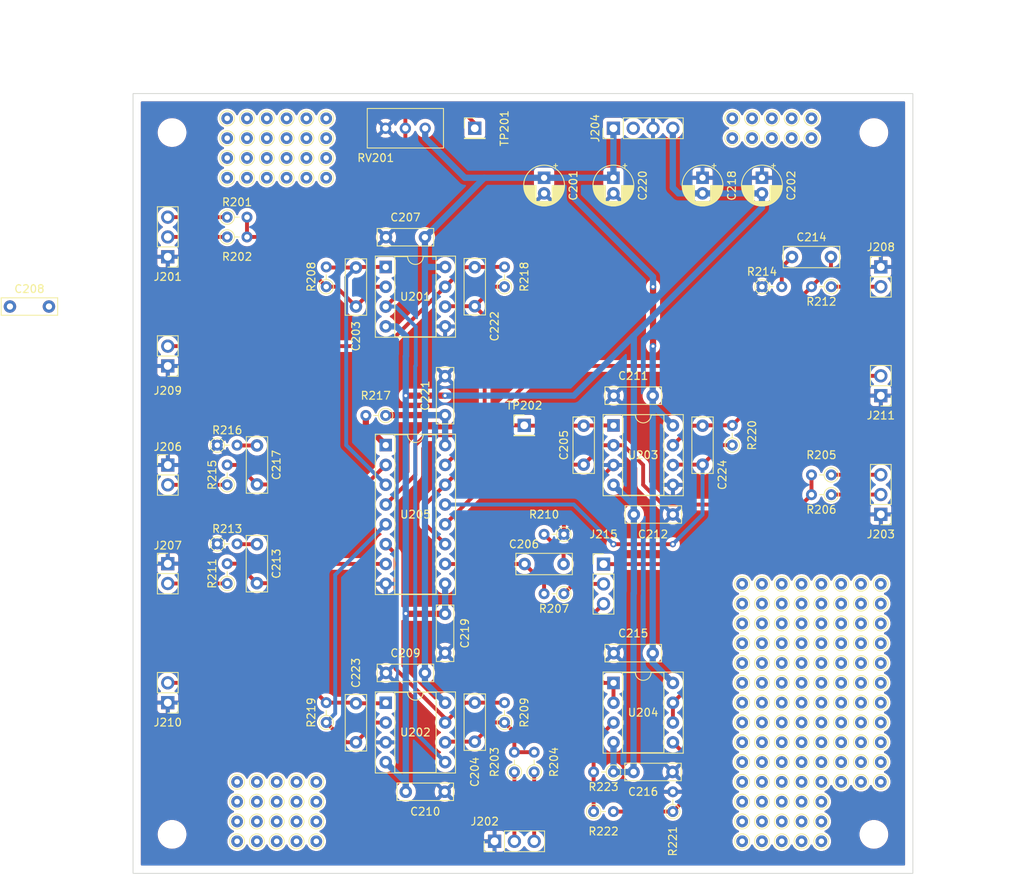
<source format=kicad_pcb>
(kicad_pcb (version 20221018) (generator pcbnew)
  (title_block (title "SSM2164 EVA 15V plus/minus") (date "2023-12-23") (rev "1.0") (company "Chuck Timber") (comment 1 "DK-EVA0001"))
  (layers (0 "F.Cu" signal) (31 "B.Cu" signal) (34 "B.Paste" user) (35 "F.Paste" user) (36 "B.SilkS" user "B.Silkscreen") (37 "F.SilkS" user "F.Silkscreen") (38 "B.Mask" user) (39 "F.Mask" user) (44 "Edge.Cuts" user))
  (net 0 "")
  (net 1 "GND")
  (net 2 "-15V")
  (net 3 "Net-(U204B-+)")
  (net 4 "Net-(U204A-+)")
  (net 5 "Net-(U202B--)")
  (net 6 "Net-(J211-Pin_2)")
  (net 7 "Net-(J206-Pin_2)")
  (net 8 "Net-(U205-I_IN1)")
  (net 9 "Net-(C214-Pad1)")
  (net 10 "Net-(C213-Pad1)")
  (net 11 "Net-(J208-Pin_2)")
  (net 12 "Net-(U205-I_IN4)")
  (net 13 "Net-(J207-Pin_2)")
  (net 14 "Net-(U205-I_IN2)")
  (net 15 "Net-(C217-Pad1)")
  (net 16 "Net-(U203B--)")
  (net 17 "Net-(J210-Pin_2)")
  (net 18 "Net-(U203A--)")
  (net 19 "Net-(J209-Pin_2)")
  (net 20 "+15V")
  (net 21 "Net-(U205-MODE)")
  (net 22 "Net-(J201-Pin_3)")
  (net 23 "Net-(U201A--)")
  (net 24 "Net-(J201-Pin_2)")
  (net 25 "Net-(J202-Pin_3)")
  (net 26 "Net-(U201B--)")
  (net 27 "Net-(J202-Pin_2)")
  (net 28 "Net-(J203-Pin_3)")
  (net 29 "Net-(U202A--)")
  (net 30 "Net-(J203-Pin_2)")
  (net 31 "Net-(U205-I_IN3)")
  (net 32 "Net-(U205-VC1)")
  (net 33 "Net-(U205-VC2)")
  (net 34 "Net-(C206-Pad1)")
  (net 35 "Net-(U201A-+)")
  (net 36 "Net-(U205-VC3)")
  (net 38 "REFV")
  (net 39 "REF-10V")
  (net 40 "REF-5V")
  (footprint "TestPoint:TestPoint_THTPad_D1.5mm_Drill0.7mm" (layer "F.Cu") (at 124.46 45.72 90)
    (fp_text reference "REF**15" hide)
    (fp_text value "TestPoint_THTPad_D1.5mm_Drill0.7mm" hide)
  )
  (footprint "TestPoint:TestPoint_THTPad_D1.5mm_Drill0.7mm" (layer "F.Cu") (at 64.77 48.26)
    (fp_text reference "REF**15" hide)
    (fp_text value "TestPoint_THTPad_D1.5mm_Drill0.7mm" hide)
  )
  (footprint "Potentiometer_THT:Potentiometer_Bourns_3296W_Vertical" (layer "F.Cu") (at 72.38 44.45 180)
    (fp_text reference "RV201")
    (fp_text value "100k")
  )
  (footprint "TestPoint:TestPoint_THTPad_D1.5mm_Drill0.7mm" (layer "F.Cu") (at 130.81 123.19)
    (fp_text reference "REF**12" hide)
    (fp_text value "TestPoint_THTPad_D1.5mm_Drill0.7mm" hide)
  )
  (footprint "TestPoint:TestPoint_THTPad_D1.5mm_Drill0.7mm" (layer "F.Cu") (at 57.15 45.72)
    (fp_text reference "REF**10" hide)
    (fp_text value "TestPoint_THTPad_D1.5mm_Drill0.7mm" hide)
  )
  (footprint "TestPoint:TestPoint_THTPad_D1.5mm_Drill0.7mm" (layer "F.Cu") (at 128.27 128.27)
    (fp_text reference "REF**21" hide)
    (fp_text value "TestPoint_THTPad_D1.5mm_Drill0.7mm" hide)
  )
  (footprint "TestPoint:TestPoint_THTPad_D1.5mm_Drill0.7mm" (layer "F.Cu") (at 135.89 113.03)
    (fp_text reference "REF**19" hide)
    (fp_text value "TestPoint_THTPad_D1.5mm_Drill0.7mm" hide)
  )
  (footprint "TestPoint:TestPoint_THTPad_D1.5mm_Drill0.7mm" (layer "F.Cu") (at 135.89 118.11)
    (fp_text reference "REF**4" hide)
    (fp_text value "TestPoint_THTPad_D1.5mm_Drill0.7mm" hide)
  )
  (footprint "TestPoint:TestPoint_THTPad_D1.5mm_Drill0.7mm" (layer "F.Cu") (at 118.11 118.11)
    (fp_text reference "REF**2" hide)
    (fp_text value "TestPoint_THTPad_D1.5mm_Drill0.7mm" hide)
  )
  (footprint "Connector_PinHeader_2.54mm:PinHeader_1x02_P2.54mm_Vertical" (layer "F.Cu") (at 135.89 78.74 180)
    (fp_text reference "J211")
    (fp_text value "VCA Output C")
  )
  (footprint "TestPoint:TestPoint_THTPad_D1.5mm_Drill0.7mm" (layer "F.Cu") (at 118.11 113.03)
    (fp_text reference "REF**15" hide)
    (fp_text value "TestPoint_THTPad_D1.5mm_Drill0.7mm" hide)
  )
  (footprint "Connector_PinHeader_2.54mm:PinHeader_1x03_P2.54mm_Vertical" (layer "F.Cu") (at 86.36 135.89 90)
    (fp_text reference "J202")
    (fp_text value "CV B")
  )
  (footprint "TestPoint:TestPoint_THTPad_D1.5mm_Drill0.7mm" (layer "F.Cu") (at 125.73 125.73)
    (fp_text reference "REF**15" hide)
    (fp_text value "TestPoint_THTPad_D1.5mm_Drill0.7mm" hide)
  )
  (footprint "Package_DIP:DIP-8_W7.62mm_Socket" (layer "F.Cu") (at 101.61 115.58)
    (fp_text reference "U204")
    (fp_text value "TL072")
  )
  (footprint "TestPoint:TestPoint_THTPad_D1.5mm_Drill0.7mm" (layer "F.Cu") (at 118.11 133.35)
    (fp_text reference "REF**10" hide)
    (fp_text value "TestPoint_THTPad_D1.5mm_Drill0.7mm" hide)
  )
  (footprint "TestPoint:TestPoint_THTPad_D1.5mm_Drill0.7mm" (layer "F.Cu") (at 118.11 105.41)
    (fp_text reference "REF**1" hide)
    (fp_text value "TestPoint_THTPad_D1.5mm_Drill0.7mm" hide)
  )
  (footprint "TestPoint:TestPoint_THTPad_D1.5mm_Drill0.7mm" (layer "F.Cu") (at 120.65 102.87)
    (fp_text reference "REF**2" hide)
    (fp_text value "TestPoint_THTPad_D1.5mm_Drill0.7mm" hide)
  )
  (footprint "Resistor_THT:R_Axial_DIN0204_L3.6mm_D1.6mm_P2.54mm_Vertical" (layer "F.Cu") (at 88.9 127 90)
    (fp_text reference "R204")
    (fp_text value "100k")
  )
  (footprint "TestPoint:TestPoint_THTPad_D1.5mm_Drill0.7mm" (layer "F.Cu") (at 118.11 115.57)
    (fp_text reference "REF**20" hide)
    (fp_text value "TestPoint_THTPad_D1.5mm_Drill0.7mm" hide)
  )
  (footprint "Resistor_THT:R_Axial_DIN0204_L3.6mm_D1.6mm_P2.54mm_Vertical" (layer "F.Cu") (at 64.77 120.65 90)
    (fp_text reference "R219")
    (fp_text value "30k")
  )
  (footprint "Resistor_THT:R_Axial_DIN0204_L3.6mm_D1.6mm_P2.54mm_Vertical" (layer "F.Cu") (at 87.63 120.65 90)
    (fp_text reference "R209")
    (fp_text value "38k")
  )
  (footprint "TestPoint:TestPoint_THTPad_D1.5mm_Drill0.7mm" (layer "F.Cu") (at 125.73 130.81)
    (fp_text reference "REF**5" hide)
    (fp_text value "TestPoint_THTPad_D1.5mm_Drill0.7mm" hide)
  )
  (footprint "TestPoint:TestPoint_THTPad_D1.5mm_Drill0.7mm" (layer "F.Cu") (at 60.96 135.89)
    (fp_text reference "REF**21" hide)
    (fp_text value "TestPoint_THTPad_D1.5mm_Drill0.7mm" hide)
  )
  (footprint "Connector_PinHeader_2.54mm:PinHeader_1x02_P2.54mm_Vertical" (layer "F.Cu") (at 44.45 118.11 180)
    (fp_text reference "J210")
    (fp_text value "VCA Output B")
  )
  (footprint "TestPoint:TestPoint_THTPad_D1.5mm_Drill0.7mm" (layer "F.Cu") (at 125.73 128.27)
    (fp_text reference "REF**20" hide)
    (fp_text value "TestPoint_THTPad_D1.5mm_Drill0.7mm" hide)
  )
  (footprint "Capacitor_THT:C_Rect_L7.0mm_W2.5mm_P5.00mm" (layer "F.Cu") (at 113.03 87.59 90)
    (fp_text reference "C224")
    (fp_text value "100p")
  )
  (footprint "Capacitor_THT:C_Rect_L7.0mm_W2.5mm_P5.00mm" (layer "F.Cu") (at 68.58 67.31 90)
    (fp_text reference "C203")
    (fp_text value "100p")
  )
  (footprint "TestPoint:TestPoint_THTPad_D1.5mm_Drill0.7mm" (layer "F.Cu") (at 130.81 110.49)
    (fp_text reference "REF**12" hide)
    (fp_text value "TestPoint_THTPad_D1.5mm_Drill0.7mm" hide)
  )
  (footprint "TestPoint:TestPoint_THTPad_D1.5mm_Drill0.7mm" (layer "F.Cu") (at 125.73 120.65)
    (fp_text reference "REF**5" hide)
    (fp_text value "TestPoint_THTPad_D1.5mm_Drill0.7mm" hide)
  )
  (footprint "TestPoint:TestPoint_THTPad_D1.5mm_Drill0.7mm" (layer "F.Cu") (at 135.89 115.57)
    (fp_text reference "REF**24" hide)
    (fp_text value "TestPoint_THTPad_D1.5mm_Drill0.7mm" hide)
  )
  (footprint "TestPoint:TestPoint_THTPad_D1.5mm_Drill0.7mm" (layer "F.Cu") (at 59.69 45.72)
    (fp_text reference "REF**11" hide)
    (fp_text value "TestPoint_THTPad_D1.5mm_Drill0.7mm" hide)
  )
  (footprint "Capacitor_THT:C_Rect_L7.0mm_W2.0mm_P5.00mm" (layer "F.Cu") (at 109.18 127 180)
    (fp_text reference "C216")
    (fp_text value "100n")
  )
  (footprint "TestPoint:TestPoint_THTPad_D1.5mm_Drill0.7mm" (layer "F.Cu") (at 120.65 110.49)
    (fp_text reference "REF**11" hide)
    (fp_text value "TestPoint_THTPad_D1.5mm_Drill0.7mm" hide)
  )
  (footprint "TestPoint:TestPoint_THTPad_D1.5mm_Drill0.7mm" (layer "F.Cu") (at 120.65 125.73)
    (fp_text reference "REF**16" hide)
    (fp_text value "TestPoint_THTPad_D1.5mm_Drill0.7mm" hide)
  )
  (footprint "TestPoint:TestPoint_THTPad_D1.5mm_Drill0.7mm" (layer "F.Cu") (at 62.23 50.8)
    (fp_text reference "REF**22" hide)
    (fp_text value "TestPoint_THTPad_D1.5mm_Drill0.7mm" hide)
  )
  (footprint "TestPoint:TestPoint_THTPad_D1.5mm_Drill0.7mm" (layer "F.Cu") (at 128.27 125.73)
    (fp_text reference "REF**16" hide)
    (fp_text value "TestPoint_THTPad_D1.5mm_Drill0.7mm" hide)
  )
  (footprint "TestPoint:TestPoint_THTPad_D1.5mm_Drill0.7mm" (layer "F.Cu") (at 54.61 48.26)
    (fp_text reference "REF**16" hide)
    (fp_text value "TestPoint_THTPad_D1.5mm_Drill0.7mm" hide)
  )
  (footprint "Package_DIP:DIP-8_W7.62mm_Socket" (layer "F.Cu") (at 72.4 62.24)
    (fp_text reference "U201")
    (fp_text value "TL072")
  )
  (footprint "TestPoint:TestPoint_THTPad_D1.5mm_Drill0.7mm" (layer "F.Cu") (at 125.73 115.57)
    (fp_text reference "REF**20" hide)
    (fp_text value "TestPoint_THTPad_D1.5mm_Drill0.7mm" hide)
  )
  (footprint "TestPoint:TestPoint_THTPad_D1.5mm_Drill0.7mm" (layer "F.Cu") (at 62.23 43.18)
    (fp_text reference "REF**7" hide)
    (fp_text value "TestPoint_THTPad_D1.5mm_Drill0.7mm" hide)
  )
  (footprint "TestPoint:TestPoint_THTPad_D1.5mm_Drill0.7mm" (layer "F.Cu") (at 62.23 45.72)
    (fp_text reference "REF**12" hide)
    (fp_text value "TestPoint_THTPad_D1.5mm_Drill0.7mm" hide)
  )
  (footprint "TestPoint:TestPoint_THTPad_D1.5mm_Drill0.7mm" (layer "F.Cu") (at 123.19 125.73)
    (fp_text reference "REF**17" hide)
    (fp_text value "TestPoint_THTPad_D1.5mm_Drill0.7mm" hide)
  )
  (footprint "TestPoint:TestPoint_THTPad_D1.5mm_Drill0.7mm" (layer "F.Cu") (at 135.89 125.73)
    (fp_text reference "REF**19" hide)
    (fp_text value "TestPoint_THTPad_D1.5mm_Drill0.7mm" hide)
  )
  (footprint "TestPoint:TestPoint_THTPad_D1.5mm_Drill0.7mm" (layer "F.Cu") (at 133.35 118.11)
    (fp_text reference "REF**3" hide)
    (fp_text value "TestPoint_THTPad_D1.5mm_Drill0.7mm" hide)
  )
  (footprint "TestPoint:TestPoint_THTPad_D1.5mm_Drill0.7mm" (layer "F.Cu") (at 121.92 43.18 90)
    (fp_text reference "REF**11" hide)
    (fp_text value "TestPoint_THTPad_D1.5mm_Drill0.7mm" hide)
  )
  (footprint "TestPoint:TestPoint_THTPad_D1.5mm_Drill0.7mm" (layer "F.Cu") (at 53.34 130.81)
    (fp_text reference "REF**10" hide)
    (fp_text value "TestPoint_THTPad_D1.5mm_Drill0.7mm" hide)
  )
  (footprint "TestPoint:TestPoint_THTPad_D1.5mm_Drill0.7mm" (layer "F.Cu") (at 135.89 107.95)
    (fp_text reference "REF**9" hide)
    (fp_text value "TestPoint_THTPad_D1.5mm_Drill0.7mm" hide)
  )
  (footprint "TestPoint:TestPoint_THTPad_D1.5mm_Drill0.7mm" (layer "F.Cu") (at 123.19 130.81)
    (fp_text reference "REF**7" hide)
    (fp_text value "TestPoint_THTPad_D1.5mm_Drill0.7mm" hide)
  )
  (footprint "TestPoint:TestPoint_THTPad_D1.5mm_Drill0.7mm" (layer "F.Cu") (at 125.73 113.03)
    (fp_text reference "REF**15" hide)
    (fp_text value "TestPoint_THTPad_D1.5mm_Drill0.7mm" hide)
  )
  (footprint "TestPoint:TestPoint_THTPad_D1.5mm_Drill0.7mm" (layer "F.Cu") (at 58.42 130.81)
    (fp_text reference "REF**10" hide)
    (fp_text value "TestPoint_THTPad_D1.5mm_Drill0.7mm" hide)
  )
  (footprint "TestPoint:TestPoint_THTPad_D1.5mm_Drill0.7mm" (layer "F.Cu") (at 135.89 105.41)
    (fp_text reference "REF**4" hide)
    (fp_text value "TestPoint_THTPad_D1.5mm_Drill0.7mm" hide)
  )
  (footprint "TestPoint:TestPoint_THTPad_D1.5mm_Drill0.7mm" (layer "F.Cu") (at 133.35 123.19)
    (fp_text reference "REF**13" hide)
    (fp_text value "TestPoint_THTPad_D1.5mm_Drill0.7mm" hide)
  )
  (footprint "TestPoint:TestPoint_THTPad_D1.5mm_Drill0.7mm" (layer "F.Cu") (at 123.19 105.41)
    (fp_text reference "REF**1" hide)
    (fp_text value "TestPoint_THTPad_D1.5mm_Drill0.7mm" hide)
  )
  (footprint "TestPoint:TestPoint_THTPad_D1.5mm_Drill0.7mm" (layer "F.Cu") (at 123.19 123.19)
    (fp_text reference "REF**12" hide)
    (fp_text value "TestPoint_THTPad_D1.5mm_Drill0.7mm" hide)
  )
  (footprint "TestPoint:TestPoint_THTPad_D1.5mm_Drill0.7mm" (layer "F.Cu") (at 133.35 115.57)
    (fp_text reference "REF**23" hide)
    (fp_text value "TestPoint_THTPad_D1.5mm_Drill0.7mm" hide)
  )
  (footprint "TestPoint:TestPoint_THTPad_D1.5mm_Drill0.7mm" (layer "F.Cu") (at 130.81 128.27)
    (fp_text reference "REF**22" hide)
    (fp_text value "TestPoint_THTPad_D1.5mm_Drill0.7mm" hide)
  )
  (footprint "TestPoint:TestPoint_THTPad_D1.5mm_Drill0.7mm" (layer "F.Cu") (at 125.73 107.95)
    (fp_text reference "REF**5" hide)
    (fp_text value "TestPoint_THTPad_D1.5mm_Drill0.7mm" hide)
  )
  (footprint "TestPoint:TestPoint_THTPad_D1.5mm_Drill0.7mm" (layer "F.Cu") (at 60.96 130.81)
    (fp_text reference "REF**11" hide)
    (fp_text value "TestPoint_THTPad_D1.5mm_Drill0.7mm" hide)
  )
  (footprint "TestPoint:TestPoint_THTPad_D1.5mm_Drill0.7mm" (layer "F.Cu") (at 133.35 120.65)
    (fp_text reference "REF**8" hide)
    (fp_text value "TestPoint_THTPad_D1.5mm_Drill0.7mm" hide)
  )
  (footprint "Resistor_THT:R_Axial_DIN0204_L3.6mm_D1.6mm_P2.54mm_Vertical" (layer "F.Cu") (at 50.8 97.75)
    (fp_text reference "R213")
    (fp_text value "500")
  )
  (footprint "Package_DIP:DIP-8_W7.62mm_Socket" (layer "F.Cu") (at 72.4 118.12)
    (fp_text reference "U202")
    (fp_text value "TL072")
  )
  (footprint "Resistor_THT:R_Axial_DIN0204_L3.6mm_D1.6mm_P2.54mm_Vertical" (layer "F.Cu") (at 52.07 90.17 90)
    (fp_text reference "R215")
    (fp_text value "30k")
  )
  (footprint "TestPoint:TestPoint_THTPad_D1.5mm_Drill0.7mm" (layer "F.Cu") (at 130.81 120.65)
    (fp_text reference "REF**7" hide)
    (fp_text value "TestPoint_THTPad_D1.5mm_Drill0.7mm" hide)
  )
  (footprint "Capacitor_THT:CP_Radial_D5.0mm_P2.00mm" (layer "F.Cu") (at 113.03 50.8 -90)
    (fp_text reference "C218")
    (fp_text value "10u")
  )
  (footprint "TestPoint:TestPoint_THTPad_D1.5mm_Drill0.7mm" (layer "F.Cu") (at 59.69 43.18)
    (fp_text reference "REF**6" hide)
    (fp_text value "TestPoint_THTPad_D1.5mm_Drill0.7mm" hide)
  )
  (footprint "Resistor_THT:R_Axial_DIN0204_L3.6mm_D1.6mm_P2.54mm_Vertical" (layer "F.Cu") (at 99.06 132.08)
    (fp_text reference "R222")
    (fp_text value "20k")
  )
  (footprint "Resistor_THT:R_Axial_DIN0204_L3.6mm_D1.6mm_P2.54mm_Vertical" (layer "F.Cu") (at 109.22 132.08 90)
    (fp_text reference "R221")
    (fp_text value "20k")
  )
  (footprint "TestPoint:TestPoint_THTPad_D1.5mm_Drill0.7mm" (layer "F.Cu") (at 63.5 133.35)
    (fp_text reference "REF**17" hide)
    (fp_text value "TestPoint_THTPad_D1.5mm_Drill0.7mm" hide)
  )
  (footprint "TestPoint:TestPoint_THTPad_D1.5mm_Drill0.7mm" (layer "F.Cu") (at 128.27 123.19)
    (fp_text reference "REF**11" hide)
    (fp_text value "TestPoint_THTPad_D1.5mm_Drill0.7mm" hide)
  )
  (footprint "TestPoint:TestPoint_THTPad_D1.5mm_Drill0.7mm" (layer "F.Cu") (at 52.07 50.8)
    (fp_text reference "REF**20" hide)
    (fp_text value "TestPoint_THTPad_D1.5mm_Drill0.7mm" hide)
  )
  (footprint "MountingHole:MountingHole_3.2mm_M3" (layer "F.Cu") (at 45 45)
    (fp_text reference "H101" hide)
    (fp_text value "MountingHole" hide)
  )
  (footprint "TestPoint:TestPoint_THTPad_D1.5mm_Drill0.7mm" (layer "F.Cu") (at 60.96 128.27)
    (fp_text reference "REF**6" hide)
    (fp_text value "TestPoint_THTPad_D1.5mm_Drill0.7mm" hide)
  )
  (footprint "TestPoint:TestPoint_THTPad_D1.5mm_Drill0.7mm" (layer "F.Cu") (at 120.65 128.27)
    (fp_text reference "REF**21" hide)
    (fp_text value "TestPoint_THTPad_D1.5mm_Drill0.7mm" hide)
  )
  (footprint "TestPoint:TestPoint_THTPad_D1.5mm_Drill0.7mm" (layer "F.Cu") (at 64.77 50.8)
    (fp_text reference "REF**20" hide)
    (fp_text value "TestPoint_THTPad_D1.5mm_Drill0.7mm" hide)
  )
  (footprint "TestPoint:TestPoint_THTPad_D1.5mm_Drill0.7mm" (layer "F.Cu") (at 120.65 120.65)
    (fp_text reference "REF**6" hide)
    (fp_text value "TestPoint_THTPad_D1.5mm_Drill0.7mm" hide)
  )
  (footprint "Package_DIP:DIP-8_W7.62mm_Socket" (layer "F.Cu") (at 101.61 82.56)
    (fp_text reference "U203")
    (fp_text value "TL072")
  )
  (footprint "TestPoint:TestPoint_THTPad_D1.5mm_Drill0.7mm" (layer "F.Cu") (at 130.81 107.95)
    (fp_text reference "REF**7" hide)
    (fp_text value "TestPoint_THTPad_D1.5mm_Drill0.7mm" hide)
  )
  (footprint "TestPoint:TestPoint_THTPad_D1.5mm_Drill0.7mm" (layer "F.Cu") (at 57.15 43.18)
    (fp_text reference "REF**5" hide)
    (fp_text value "TestPoint_THTPad_D1.5mm_Drill0.7mm" hide)
  )
  (footprint "TestPoint:TestPoint_THTPad_D1.5mm_Drill0.7mm" (layer "F.Cu") (at 130.81 118.11)
    (fp_text reference "REF**2" hide)
    (fp_text value "TestPoint_THTPad_D1.5mm_Drill0.7mm" hide)
  )
  (footprint "Connector_PinHeader_2.54mm:PinHeader_1x03_P2.54mm_Vertical" (layer "F.Cu") (at 44.45 60.93 180)
    (fp_text reference "J201")
    (fp_text value "CV A")
  )
  (footprint "Capacitor_THT:C_Rect_L7.0mm_W2.5mm_P5.00mm" (layer "F.Cu") (at 55.88 97.79 -90)
    (fp_text reference "C213")
    (fp_text value "560p")
  )
  (footprint "TestPoint:TestPoint_THTPad_D1.5mm_Drill0.7mm" (layer "F.Cu") (at 125.73 123.19)
    (fp_text reference "REF**10" hide)
    (fp_text value "TestPoint_THTPad_D1.5mm_Drill0.7mm" hide)
  )
  (footprint "Capacitor_THT:C_Rect_L7.0mm_W2.0mm_P5.00mm" (layer "F.Cu") (at 101.64 111.76)
    (fp_text reference "C215")
    (fp_text value "100n")
  )
  (footprint "TestPoint:TestPoint_THTPad_D1.5mm_Drill0.7mm" (layer "F.Cu") (at 52.07 43.18)
    (fp_text reference "REF**5" hide)
    (fp_text value "TestPoint_THTPad_D1.5mm_Drill0.7mm" hide)
  )
  (footprint "Capacitor_THT:C_Rect_L7.0mm_W2.0mm_P5.00mm" (layer "F.Cu") (at 109.22 93.98 180)
    (fp_text reference "C212")
    (fp_text value "100n")
  )
  (footprint "TestPoint:TestPoint_THTPad_D1.5mm_Drill0.7mm" (layer "F.Cu") (at 116.84 45.72 90)
    (fp_text reference "REF**5" hide)
    (fp_text value "TestPoint_THTPad_D1.5mm_Drill0.7mm" hide)
  )
  (footprint "Capacitor_THT:C_Rect_L7.0mm_W2.0mm_P5.00mm" (layer "F.Cu") (at 72.43 58.42)
    (fp_text reference "C207")
    (fp_text value "100n")
  )
  (footprint "Resistor_THT:R_Axial_DIN0204_L3.6mm_D1.6mm_P2.54mm_Vertical" (layer "F.Cu") (at 116.84 85.09 90)
    (fp_text reference "R220")
    (fp_text value "30k")
  )
  (footprint "Capacitor_THT:C_Rect_L7.0mm_W2.0mm_P5.00mm" (layer "F.Cu") (at 72.43 114.3)
    (fp_text reference "C209")
    (fp_text value "100n")
  )
  (footprint "TestPoint:TestPoint_THTPad_D1.5mm_Drill0.7mm" (layer "F.Cu") (at 123.19 128.27)
    (fp_text reference "REF**22" hide)
    (fp_text value "TestPoint_THTPad_D1.5mm_Drill0.7mm" hide)
  )
  (footprint "TestPoint:TestPoint_THTPad_D1.5mm_Drill0.7mm" (layer "F.Cu") (at 63.5 135.89)
    (fp_text reference "REF**22" hide)
    (fp_text value "TestPoint_THTPad_D1.5mm_Drill0.7mm" hide)
  )
  (footprint "TestPoint:TestPoint_THTPad_D1.5mm_Drill0.7mm" (layer "F.Cu") (at 125.73 110.49)
    (fp_text reference "REF**10" hide)
    (fp_text value "TestPoint_THTPad_D1.5mm_Drill0.7mm" hide)
  )
  (footprint "TestPoint:TestPoint_THTPad_D1.5mm_Drill0.7mm" (layer "F.Cu") (at 118.11 128.27)
    (fp_text reference "REF**20" hide)
    (fp_text value "TestPoint_THTPad_D1.5mm_Drill0.7mm" hide)
  )
  (footprint "TestPoint:TestPoint_THTPad_D1.5mm_Drill0.7mm" (layer "F.Cu") (at 128.27 102.87)
    (fp_text reference "REF**1" hide)
    (fp_text value "TestPoint_THTPad_D1.5mm_Drill0.7mm" hide)
  )
  (footprint "Capacitor_THT:C_Rect_L7.0mm_W2.0mm_P5.00mm" (layer "F.Cu") (at 80.01 106.72 -90)
    (fp_text reference "C219")
    (fp_text value "100n")
  )
  (footprint "TestPoint:TestPoint_THTPad_D1.5mm_Drill0.7mm" (layer "F.Cu") (at 52.07 45.72)
    (fp_text reference "REF**10" hide)
    (fp_text value "TestPoint_THTPad_D1.5mm_Drill0.7mm" hide)
  )
  (footprint "TestPoint:TestPoint_THTPad_D1.5mm_Drill0.7mm" (layer "F.Cu") (at 57.15 50.8)
    (fp_text reference "REF**20" hide)
    (fp_text value "TestPoint_THTPad_D1.5mm_Drill0.7mm" hide)
  )
  (footprint "TestPoint:TestPoint_THTPad_D1.5mm_Drill0.7mm" (layer "F.Cu") (at 120.65 123.19)
    (fp_text reference "REF**11" hide)
    (fp_text value "TestPoint_THTPad_D1.5mm_Drill0.7mm" hide)
  )
  (footprint "TestPoint:TestPoint_THTPad_D1.5mm_Drill0.7mm" (layer "F.Cu") (at 118.11 135.89)
    (fp_text reference "REF**15" hide)
    (fp_text value "TestPoint_THTPad_D1.5mm_Drill0.7mm" hide)
  )
  (footprint "Capacitor_THT:C_Rect_L7.0mm_W2.0mm_P5.00mm" (layer "F.Cu") (at 80.01 81.24 90)
    (fp_text reference "C221")
    (fp_text value "100n")
  )
  (footprint "Connector_PinHeader_2.54mm:PinHeader_1x01_P2.54mm_Vertical" (layer "F.Cu") (at 90.17 82.55)
    (fp_text reference "TP202")
    (fp_text value "TestPoint")
  )
  (footprint "Resistor_THT:R_Axial_DIN0204_L3.6mm_D1.6mm_P2.54mm_Vertical" (layer "F.Cu") (at 64.77 64.77 90)
    (fp_text reference "R208")
    (fp_text value "38k")
  )
  (footprint "TestPoint:TestPoint_THTPad_D1.5mm_Drill0.7mm" (layer "F.Cu") (at 119.38 45.72 90)
    (fp_text reference "REF**5" hide)
    (fp_text value "TestPoint_THTPad_D1.5mm_Drill0.7mm" hide)
  )
  (footprint "TestPoint:TestPoint_THTPad_D1.5mm_Drill0.7mm" (layer "F.Cu") (at 120.65 113.03)
    (fp_text reference "REF**16" hide)
    (fp_text value "TestPoint_THTPad_D1.5mm_Drill0.7mm" hide)
  )
  (footprint "TestPoint:TestPoint_THTPad_D1.5mm_Drill0.7mm" (layer "F.Cu") (at 135.89 102.87)
    (fp_text reference "REF**4" hide)
    (fp_text value "TestPoint_THTPad_D1.5mm_Drill0.7mm" hide)
  )
  (footprint "TestPoint:TestPoint_THTPad_D1.5mm_Drill0.7mm" (layer "F.Cu") (at 53.34 135.89)
    (fp_text reference "REF**20" hide)
    (fp_text value "TestPoint_THTPad_D1.5mm_Drill0.7mm" hide)
  )
  (footprint "TestPoint:TestPoint_THTPad_D1.5mm_Drill0.7mm" (layer "F.Cu") (at 53.34 128.27)
    (fp_text reference "REF**5" hide)
    (fp_text value "TestPoint_THTPad_D1.5mm_Drill0.7mm" hide)
  )
  (footprint "TestPoint:TestPoint_THTPad_D1.5mm_Drill0.7mm" (layer "F.Cu") (at 133.35 113.03)
    (fp_text reference "REF**18" hide)
    (fp_text value "TestPoint_THTPad_D1.5mm_Drill0.7mm" hide)
  )
  (footprint "TestPoint:TestPoint_THTPad_D1.5mm_Drill0.7mm" (layer "F.Cu") (at 128.27 120.65)
    (fp_text reference "REF**6" hide)
    (fp_text value "TestPoint_THTPad_D1.5mm_Drill0.7mm" hide)
  )
  (footprint "TestPoint:TestPoint_THTPad_D1.5mm_Drill0.7mm" (layer "F.Cu") (at 123.19 115.57)
    (fp_text reference "REF**22" hide)
    (fp_text value "TestPoint_THTPad_D1.5mm_Drill0.7mm" hide)
  )
  (footprint "Capacitor_THT:C_Rect_L7.0mm_W2.5mm_P5.00mm" (layer "F.Cu") (at 95.21 100.33 180)
    (fp_text reference "C206")
    (fp_text value "560p")
  )
  (footprint "TestPoint:TestPoint_THTPad_D1.5mm_Drill0.7mm" (layer "F.Cu") (at 59.69 50.8)
    (fp_text reference "REF**21" hide)
    (fp_text value "TestPoint_THTPad_D1.5mm_Drill0.7mm" hide)
  )
  (footprint "TestPoint:TestPoint_THTPad_D1.5mm_Drill0.7mm" (layer "F.Cu") (at 118.11 120.65)
    (fp_text reference "REF**5" hide)
    (fp_text value "TestPoint_THTPad_D1.5mm_Drill0.7mm" hide)
  )
  (footprint "TestPoint:TestPoint_THTPad_D1.5mm_Drill0.7mm" (layer "F.Cu") (at 130.81 125.73)
    (fp_text reference "REF**17" hide)
    (fp_text value "TestPoint_THTPad_D1.5mm_Drill0.7mm" hide)
  )
  (footprint "TestPoint:TestPoint_THTPad_D1.5mm_Drill0.7mm" (layer "F.Cu") (at 120.65 133.35)
    (fp_text reference "REF**11" hide)
    (fp_text value "TestPoint_THTPad_D1.5mm_Drill0.7mm" hide)
  )
  (footprint "Connector_PinHeader_2.54mm:PinHeader_1x02_P2.54mm_Vertical" (layer "F.Cu") (at 44.45 100.29)
    (fp_text reference "J207")
    (fp_text value "VCA Input B")
  )
  (footprint "TestPoint:TestPoint_THTPad_D1.5mm_Drill0.7mm" (layer "F.Cu") (at 120.65 135.89)
    (fp_text reference "REF**16" hide)
    (fp_text value "TestPoint_THTPad_D1.5mm_Drill0.7mm" hide)
  )
  (footprint "TestPoint:TestPoint_THTPad_D1.5mm_Drill0.7mm" (layer "F.Cu") (at 63.5 130.81)
    (fp_text reference "REF**12" hide)
    (fp_text value "TestPoint_THTPad_D1.5mm_Drill0.7mm" hide)
  )
  (footprint "TestPoint:TestPoint_THTPad_D1.5mm_Drill0.7mm" (layer "F.Cu") (at 64.77 43.18)
    (fp_text reference "REF**5" hide)
    (fp_text value "TestPoint_THTPad_D1.5mm_Drill0.7mm" hide)
  )
  (footprint "TestPoint:TestPoint_THTPad_D1.5mm_Drill0.7mm" (layer "F.Cu") (at 120.65 105.41)
    (fp_text reference "REF**2" hide)
    (fp_text value "TestPoint_THTPad_D1.5mm_Drill0.7mm" hide)
  )
  (footprint "TestPoint:TestPoint_THTPad_D1.5mm_Drill0.7mm" (layer "F.Cu") (at 127 43.18 90)
    (fp_text reference "REF**21" hide)
    (fp_text value "TestPoint_THTPad_D1.5mm_Drill0.7mm" hide)
  )
  (footprint "TestPoint:TestPoint_THTPad_D1.5mm_Drill0.7mm" (layer "F.Cu") (at 123.19 113.03)
    (fp_text reference "REF**17" hide)
    (fp_text value "TestPoint_THTPad_D1.5mm_Drill0.7mm" hide)
  )
  (footprint "TestPoint:TestPoint_THTPad_D1.5mm_Drill0.7mm" (layer "F.Cu") (at 57.15 48.26)
    (fp_text reference "REF**15" hide)
    (fp_text value "TestPoint_THTPad_D1.5mm_Drill0.7mm" hide)
  )
  (footprint "TestPoint:TestPoint_THTPad_D1.5mm_Drill0.7mm" (layer "F.Cu") (at 133.35 107.95)
    (fp_text reference "REF**8" hide)
    (fp_text value "TestPoint_THTPad_D1.5mm_Drill0.7mm" hide)
  )
  (footprint "TestPoint:TestPoint_THTPad_D1.5mm_Drill0.7mm" (layer "F.Cu") (at 64.77 45.72)
    (fp_text reference "REF**10" hide)
    (fp_text value "TestPoint_THTPad_D1.5mm_Drill0.7mm" hide)
  )
  (footprint "TestPoint:TestPoint_THTPad_D1.5mm_Drill0.7mm" (layer "F.Cu") (at 128.27 130.81)
    (fp_text reference "REF**6" hide)
    (fp_text value "TestPoint_THTPad_D1.5mm_Drill0.7mm" hide)
  )
  (footprint "Capacitor_THT:C_Rect_L7.0mm_W2.0mm_P5.00mm" (layer "F.Cu") (at 24.21 67.31)
    (fp_text reference "C208")
    (fp_text value "100n")
  )
  (footprint "TestPoint:TestPoint_THTPad_D1.5mm_Drill0.7mm" (layer "F.Cu") (at 55.88 130.81)
    (fp_text reference "REF**10" hide)
    (fp_text value "TestPoint_THTPad_D1.5mm_Drill0.7mm" hide)
  )
  (footprint "Capacitor_THT:CP_Radial_D5.0mm_P2.00mm" (layer "F.Cu") (at 92.71 50.8 -90)
    (fp_text reference "C201")
    (fp_text value "10u")
  )
  (footprint "Resistor_THT:R_Axial_DIN0204_L3.6mm_D1.6mm_P2.54mm_Vertical" (layer "F.Cu") (at 52.07 102.83 90)
    (fp_text reference "R211")
    (fp_text value "30k")
  )
  (footprint "TestPoint:TestPoint_THTPad_D1.5mm_Drill0.7mm" (layer "F.Cu") (at 120.65 115.57)
    (fp_text reference "REF**21" hide)
    (fp_text value "TestPoint_THTPad_D1.5mm_Drill0.7mm" hide)
  )
  (footprint "Resistor_THT:R_Axial_DIN0204_L3.6mm_D1.6mm_P2.54mm_Vertical" (layer "F.Cu") (at 129.54 91.44 180)
    (fp_text reference "R206")
    (fp_text value "100k")
  )
  (footprint "TestPoint:TestPoint_THTPad_D1.5mm_Drill0.7mm" (layer "F.Cu") (at 128.27 113.03)
    (fp_text reference "REF**16" hide)
    (fp_text value "TestPoint_THTPad_D1.5mm_Drill0.7mm" hide)
  )
  (footprint "TestPoint:TestPoint_THTPad_D1.5mm_Drill0.7mm" (layer "F.Cu") (at 120.65 107.95)
    (fp_text reference "REF**6" hide)
    (fp_text value "TestPoint_THTPad_D1.5mm_Drill0.7mm" hide)
  )
  (footprint "Capacitor_THT:C_Rect_L7.0mm_W2.0mm_P5.00mm" (layer "F.Cu") (at 79.97 129.54 180)
    (fp_text reference "C210")
    (fp_text value "100n" hide)
  )
  (footprint "MountingHole:MountingHole_3.2mm_M3" (layer "F.Cu") (at 135 135)
    (fp_text reference "H104" hide)
    (fp_text value "MountingHole" hide)
  )
  (footprint "Connector_PinHeader_2.54mm:PinHeader_1x04_P2.54mm_Vertical" (layer "F.Cu") (at 101.6 44.45 90)
    (fp_text reference "J204")
    (fp_text value "PWR")
  )
  (footprint "TestPoint:TestPoint_THTPad_D1.5mm_Drill0.7mm" (layer "F.Cu") (at 123.19 102.87)
    (fp_text reference "REF**1" hide)
    (fp_text value "TestPoint_THTPad_D1.5mm_Drill0.7mm" hide)
  )
  (footprint "TestPoint:TestPoint_THTPad_D1.5mm_Drill0.7mm" (layer "F.Cu") (at 128.27 115.57)
    (fp_text reference "REF**21" hide)
    (fp_text value "TestPoint_THTPad_D1.5mm_Drill0.7mm" hide)
  )
  (footprint "MountingHole:MountingHole_3.2mm_M3" (layer "F.Cu") (at 135 45)
    (fp_text reference "H102" hide)
    (fp_text value "MountingHole" hide)
  )
  (footprint "Capacitor_THT:CP_Radial_D5.0mm_P2.00mm" (layer "F.Cu") (at 101.6 50.8 -90)
    (fp_text reference "C220")
    (fp_text value "10u")
  )
  (footprint "Capacitor_THT:C_Rect_L7.0mm_W2.0mm_P5.00mm" (layer "F.Cu") (at 101.64 78.74)
    (fp_text reference "C211")
    (fp_text value "100n")
  )
  (footprint "TestPoint:TestPoint_THTPad_D1.5mm_Drill0.7mm" (layer "F.Cu") (at 133.35 102.87)
    (fp_text reference "REF**3" hide)
    (fp_text value "TestPoint_THTPad_D1.5mm_Drill0.7mm" hide)
  )
  (footprint "TestPoint:TestPoint_THTPad_D1.5mm_Drill0.7mm" (layer "F.Cu") (at 118.11 125.73)
    (fp_text reference "REF**15" hide)
    (fp_text value "TestPoint_THTPad_D1.5mm_Drill0.7mm" hide)
  )
  (footprint "TestPoint:TestPoint_THTPad_D1.5mm_Drill0.7mm" (layer "F.Cu") (at 55.88 133.35)
    (fp_text reference "REF**15" hide)
    (fp_text value "TestPoint_THTPad_D1.5mm_Drill0.7mm" hide)
  )
  (footprint "TestPoint:TestPoint_THTPad_D1.5mm_Drill0.7mm" (layer "F.Cu") (at 58.42 135.89)
    (fp_text reference "REF**20" hide)
    (fp_text value "TestPoint_THTPad_D1.5mm_Drill0.7mm" hide)
  )
  (footprint "TestPoint:TestPoint_THTPad_D1.5mm_Drill0.7mm" (layer "F.Cu") (at 133.35 105.41)
    (fp_text reference "REF**3" hide)
    (fp_text value "TestPoint_THTPad_D1.5mm_Drill0.7mm" hide)
  )
  (footprint "Connector_PinHeader_2.54mm:PinHeader_1x02_P2.54mm_Vertical" (layer "F.Cu") (at 44.46 87.64)
    (fp_text reference "J206")
    (fp_text value "VCA Input A")
  )
  (footprint "Connector_PinHeader_2.54mm:PinHeader_1x01_P2.54mm_Vertical" (layer "F.Cu") (at 83.82 44.45)
    (fp_text reference "TP201")
    (fp_text value "1.4V")
  )
  (footprint "TestPoint:TestPoint_THTPad_D1.5mm_Drill0.7mm" (layer "F.Cu") (at 118.11 123.19)
    (fp_text reference "REF**10" hide)
    (fp_text value "TestPoint_THTPad_D1.5mm_Drill0.7mm" hide)
  )
  (footprint "TestPoint:TestPoint_THTPad_D1.5mm_Drill0.7mm" (layer "F.Cu") (at 53.34 133.35)
    (fp_text reference "REF**15" hide)
    (fp_text value "TestPoint_THTPad_D1.5mm_Drill0.7mm" hide)
  )
  (footprint "TestPoint:TestPoint_THTPad_D1.5mm_Drill0.7mm" (layer "F.Cu") (at 121.92 45.72 90)
    (fp_text reference "REF**10" hide)
    (fp_text value "TestPoint_THTPad_D1.5mm_Drill0.7mm" hide)
  )
  (footprint "Capacitor_THT:C_Rect_L7.0mm_W2.5mm_P5.00mm" (layer "F.Cu") (at 97.79 87.59 90)
    (fp_text reference "C205")
    (fp_text value "100p")
  )
  (footprint "Package_DIP:DIP-16_W7.62mm_Socket" (layer "F.Cu") (at 72.4 85.08)
    (fp_text reference "U205")
    (fp_text value "SSI2164")
  )
  (footprint "TestPoint:TestPoint_THTPad_D1.5mm_Drill0.7mm" (layer "F.Cu") (at 123.19 107.95)
    (fp_text reference "REF**7" hide)
    (fp_text value "TestPoint_THTPad_D1.5mm_Drill0.7mm" hide)
  )
  (footprint "TestPoint:TestPoint_THTPad_D1.5mm_Drill0.7mm" (layer "F.Cu") (at 128.27 135.89)
    (fp_text reference "REF**16" hide)
    (fp_text value "TestPoint_THTPad_D1.5mm_Drill0.7mm" hide)
  )
  (footprint "TestPoint:TestPoint_THTPad_D1.5mm_Drill0.7mm" (layer "F.Cu") (at 135.89 123.19)
    (fp_text reference "REF**14" hide)
    (fp_text value "TestPoint_THTPad_D1.5mm_Drill0.7mm" hide)
  )
  (footprint "TestPoint:TestPoint_THTPad_D1.5mm_Drill0.7mm" (layer "F.Cu") (at 63.5 128.27)
    (fp_text reference "REF**7" hide)
    (fp_text value "TestPoint_THTPad_D1.5mm_Drill0.7mm" hide)
  )
  (footprint "TestPoint:TestPoint_THTPad_D1.5mm_Drill0.7mm" (layer "F.Cu") (at 119.38 43.18 90)
    (fp_text reference "REF**6" hide)
    (fp_text value "TestPoint_THTPad_D1.5mm_Drill0.7mm" hide)
  )
  (footprint "TestPoint:TestPoint_THTPad_D1.5mm_Drill0.7mm" (layer "F.Cu") (at 130.81 105.41)
    (fp_text reference "REF**2" hide)
    (fp_text value "TestPoint_THTPad_D1.5mm_Drill0.7mm" hide)
  )
  (footprint "TestPoint:TestPoint_THTPad_D1.5mm_Drill0.7mm" (layer "F.Cu") (at 118.11 110.49)
    (fp_text reference "REF**10" hide)
    (fp_text value "TestPoint_THTPad_D1.5mm_Drill0.7mm" hide)
  )
  (footprint "Connector_PinHeader_2.54mm:PinHeader_1x03_P2.54mm_Vertical" (layer "F.Cu") (at 135.89 93.965 180)
    (fp_text reference "J203")
    (fp_text value "CV C")
  )
  (footprint "TestPoint:TestPoint_THTPad_D1.5mm_Drill0.7mm" (layer "F.Cu") (at 128.27 133.35)
    (fp_text reference "REF**11" hide)
    (fp_text value "TestPoint_THTPad_D1.5mm_Drill0.7mm" hide)
  )
  (footprint "TestPoint:TestPoint_THTPad_D1.5mm_Drill0.7mm" (layer "F.Cu") (at 135.89 128.27)
    (fp_text reference "REF**24" hide)
    (fp_text value "TestPoint_THTPad_D1.5mm_Drill0.7mm" hide)
  )
  (footprint "TestPoint:TestPoint_THTPad_D1.5mm_Drill0.7mm" (layer "F.Cu") (at 128.27 110.49)
    (fp_text reference "REF**11" hide)
    (fp_text value "TestPoint_THTPad_D1.5mm_Drill0.7mm" hide)
  )
  (footprint "TestPoint:TestPoint_THTPad_D1.5mm_Drill0.7mm" (layer "F.Cu") (at 58.42 128.27)
    (fp_text reference "REF**5" hide)
    (fp_text value "TestPoint_THTPad_D1.5mm_Drill0.7mm" hide)
  )
  (footprint "Resistor_THT:R_Axial_DIN0204_L3.6mm_D1.6mm_P2.54mm_Vertical" (layer "F.Cu") (at 52.07 55.85)
    (fp_text reference "R201")
    (fp_text value "100k")
  )
  (footprint "TestPoint:TestPoint_THTPad_D1.5mm_Drill0.7mm" (layer "F.Cu") (at 128.27 118.11)
    (fp_text reference "REF**1" hide)
    (fp_text value "TestPoint_THTPad_D1.5mm_Drill0.7mm" hide)
  )
  (footprint "TestPoint:TestPoint_THTPad_D1.5mm_Drill0.7mm" (layer "F.Cu") (at 54.61 45.72)
    (fp_text reference "REF**11" hide)
    (fp_text value "TestPoint_THTPad_D1.5mm_Drill0.7mm" hide)
  )
  (footprint "Resistor_THT:R_Axial_DIN0204_L3.6mm_D1.6mm_P2.54mm_Vertical" (layer "F.Cu") (at 129.54 88.9 180)
    (fp_text reference "R205")
    (fp_text value "100k")
  )
  (footprint "TestPoint:TestPoint_THTPad_D1.5mm_Drill0.7mm" (layer "F.Cu") (at 125.73 133.35)
    (fp_text reference "REF**10" hide)
    (fp_text value "TestPoint_THTPad_D1.5mm_Drill0.7mm" hide)
  )
  (footprint "TestPoint:TestPoint_THTPad_D1.5mm_Drill0.7mm" (layer "F.Cu") (at 125.73 102.87)
    (fp_text reference "REF**2" hide)
    (fp_text value "TestPoint_THTPad_D1.5mm_Drill0.7mm" hide)
  )
  (footprint "Capacitor_THT:C_Rect_L7.0mm_W2.5mm_P5.00mm" (layer "F.Cu") (at 83.82 123.11 90)
    (fp_text reference "C204")
    (fp_text value "100p")
  )
  (footprint "Connector_PinHeader_2.54mm:PinHeader_1x02_P2.54mm_Vertical" (layer "F.Cu") (at 135.89 62.23)
    (fp_text reference "J208")
    (fp_text value "VCA Input C")
  )
  (footprint "Resistor_THT:R_Axial_DIN0204_L3.6mm_D1.6mm_P2.54mm_Vertical" (layer "F.Cu") (at 50.8 85.09)
    (fp_text reference "R216")
    (fp_text value "500")
  )
  (footprint "TestPoint:TestPoint_THTPad_D1.5mm_Drill0.7mm" (layer "F.Cu") (at 130.81 113.03)
    (fp_text reference "REF**17" hide)
    (fp_text value "TestPoint_THTPad_D1.5mm_Drill0.7mm" hide)
  )
  (footprint "Resistor_THT:R_Axial_DIN0204_L3.6mm_D1.6mm_P2.54mm_Vertical" (layer "F.Cu") (at 129.54 64.77 180)
    (fp_text reference "R212")
    (fp_text value "30k")
  )
  (footprint "Resistor_THT:R_Axial_DIN0204_L3.6mm_D1.6mm_P2.54mm_Vertical" (layer "F.Cu") (at 91.44 127 90)
    (fp_text reference "R203")
    (fp_text value "100k")
  )
  (footprint "TestPoint:TestPoint_THTPad_D1.5mm_Drill0.7mm" (layer "F.Cu") (at 123.19 120.65)
    (fp_text reference "REF**7" hide)
    (fp_text value "TestPoint_THTPad_D1.5mm_Drill0.7mm" hide)
  )
  (footprint "TestPoint:TestPoint_THTPad_D1.5mm_Drill0.7mm" (layer "F.Cu") (at 125.73 105.41)
    (fp_text reference "REF**2" hide)
    (fp_text value "TestPoint_THTPad_D1.5mm_Drill0.7mm" hide)
  )
  (footprint "TestPoint:TestPoint_THTPad_D1.5mm_Drill0.7mm" (layer "F.Cu") (at 60.96 133.35)
    (fp_text reference "REF**16" hide)
    (fp_text value "TestPoint_THTPad_D1.5mm_Drill0.7mm" hide)
  )
  (footprint "Resistor_THT:R_Axial_DIN0204_L3.6mm_D1.6mm_P2.54mm_Vertical" (layer "F.Cu") (at 120.65 64.77)
    (fp_text reference "R214")
    (fp_text value "500")
  )
  (footprint "TestPoint:TestPoint_THTPad_D1.5mm_Drill0.7mm" (layer "F.Cu") (at 123.19 133.35)
    (fp_text reference "REF**12" hide)
    (fp_text value "TestPoint_THTPad_D1.5mm_Drill0.7mm" hide)
  )
  (footprint "Resistor_THT:R_Axial_DIN0204_L3.6mm_D1.6mm_P2.54mm_Vertical" (layer "F.Cu") (at 52.07 58.39)
    (fp_text reference "R202")
    (fp_text value "100k")
  )
  (footprint "Capacitor_THT:CP_Radial_D5.0mm_P2.00mm" (layer "F.Cu") (at 120.65 50.8 -90)
    (fp_text reference "C202")
    (fp_text value "10u")
  )
  (footprint "TestPoint:TestPoint_THTPad_D1.5mm_Drill0.7mm" (layer "F.Cu") (at 125.73 135.89)
    (fp_text reference "REF**15" hide)
    (fp_text value "TestPoint_THTPad_D1.5mm_Drill0.7mm" hide)
  )
  (footprint "TestPoint:TestPoint_THTPad_D1.5mm_Drill0.7mm" (layer "F.Cu") (at 54.61 50.8)
    (fp_text reference "REF**21" hide)
    (fp_text value "TestPoint_THTPad_D1.5mm_Drill0.7mm" hide)
  )
  (footprint "TestPoint:TestPoint_THTPad_D1.5mm_Drill0.7mm" (layer "F.Cu") (at 118.11 130.81)
    (fp_text reference "REF**5" hide)
    (fp_text value "TestPoint_THTPad_D1.5mm_Drill0.7mm" hide)
  )
  (footprint "TestPoint:TestPoint_THTPad_D1.5mm_Drill0.7mm" (layer "F.Cu") (at 133.35 110.49)
    (fp_text reference "REF**13" hide)
    (fp_text value "TestPoint_THTPad_D1.5mm_Drill0.7mm" hide)
  )
  (footprint "Connector_PinHeader_2.54mm:PinHeader_1x02_P2.54mm_Vertical" (layer "F.Cu") (at 44.45 74.93 180)
    (fp_text reference "J209")
    (fp_text value "VCA Output A")
  )
  (footprint "TestPoint:TestPoint_THTPad_D1.5mm_Drill0.7mm" (layer "F.Cu") (at 55.88 135.89)
    (fp_text reference "REF**20" hide)
    (fp_text value "TestPoint_THTPad_D1.5mm_Drill0.7mm" hide)
  )
  (footprint "Resistor_THT:R_Axial_DIN0204_L3.6mm_D1.6mm_P2.54mm_Vertical" (layer "F.Cu") (at 87.63 64.77 90)
    (fp_text reference "R218")
    (fp_text value "30k")
  )
  (footprint "TestPoint:TestPoint_THTPad_D1.5mm_Drill0.7mm" (layer "F.Cu") (at 120.65 118.11)
    (fp_text reference "REF**1" hide)
    (fp_text value "TestPoint_THTPad_D1.5mm_Drill0.7mm" hide)
  )
  (footprint "Capacitor_THT:C_Rect_L7.0mm_W2.5mm_P5.00mm" (layer "F.Cu") (at 124.5 60.96)
    (fp_text reference "C214")
    (fp_text value "560p")
  )
  (footprint "Connector_PinHeader_2.54mm:PinHeader_1x03_P2.54mm_Vertical" (layer "F.Cu") (at 100.33 100.345)
    (fp_text reference "J215")
    (fp_text value "CV C")
  )
  (footprint "TestPoint:TestPoint_THTPad_D1.5mm_Drill0.7mm" (layer "F.Cu") (at 54.61 43.18)
    (fp_text reference "REF**6" hide)
    (fp_text value "TestPoint_THTPad_D1.5mm_Drill0.7mm" hide)
  )
  (footprint "TestPoint:TestPoint_THTPad_D1.5mm_Drill0.7mm" (layer "F.Cu") (at 116.84 43.18 90)
    (fp_text reference "REF**6" hide)
    (fp_text value "TestPoint_THTPad_D1.5mm_Drill0.7mm" hide)
  )
  (footprint "TestPoint:TestPoint_THTPad_D1.5mm_Drill0.7mm" (layer "F.Cu") (at 118.11 107.95)
    (fp_text reference "REF**5" hide)
    (fp_text value "TestPoint_THTPad_D1.5mm_Drill0.7mm" hide)
  )
  (footprint "Resistor_THT:R_Axial_DIN0204_L3.6mm_D1.6mm_P2.54mm_Vertical" (layer "F.Cu") (at 72.39 81.28 180)
    (fp_text reference "R217")
    (fp_text value "7k5")
  )
  (footprint "TestPoint:TestPoint_THTPad_D1.5mm_Drill0.7mm" (layer "F.Cu") (at 62.23 48.26)
    (fp_text reference "REF**17" hide)
    (fp_text value "TestPoint_THTPad_D1.5mm_Drill0.7mm" hide)
  )
  (footprint "Capacitor_THT:C_Rect_L7.0mm_W2.5mm_P5.00mm" (layer "F.Cu") (at 83.82 67.27 90)
    (fp_text reference "C222")
    (fp_text value "100p")
  )
  (footprint "TestPoint:TestPoint_THTPad_D1.5mm_Drill0.7mm" (layer "F.Cu") (at 125.73 118.11)
    (fp_text reference "REF**2" hide)
    (fp_text value "TestPoint_THTPad_D1.5mm_Drill0.7mm" hide)
  )
  (footprint "Capacitor_THT:C_Rect_L7.0mm_W2.5mm_P5.00mm" (layer "F.Cu") (at 68.58 123.19 90)
    (fp_text reference "C223")
    (fp_text value "100p")
  )
  (footprint "TestPoint:TestPoint_THTPad_D1.5mm_Drill0.7mm" (layer "F.Cu") (at 58.42 133.35)
    (fp_text reference "REF**15" hide)
    (fp_text value "TestPoint_THTPad_D1.5mm_Drill0.7mm" hide)
  )
  (footprint "TestPoint:TestPoint_THTPad_D1.5mm_Drill0.7mm" (layer "F.Cu") (at 124.46 43.18 90)
    (fp_text reference "REF**16" hide)
    (fp_text value "TestPoint_THTPad_D1.5mm_Drill0.7mm" hide)
  )
  (footprint "Capacitor_THT:C_Rect_L7.0mm_W2.5mm_P5.00mm" (layer "F.Cu") (at 55.89 85.13 -90)
    (fp_text reference "C217")
    (fp_text value "560p")
  )
  (footprint "MountingHole:MountingHole_3.2mm_M3" (layer "F.Cu") (at 45 135)
    (fp_text reference "H103" hide)
    (fp_text value "MountingHole" hide)
  )
  (footprint "TestPoint:TestPoint_THTPad_D1.5mm_Drill0.7mm" (layer "F.Cu") (at 128.27 107.95)
    (fp_text reference "REF**6" hide)
    (fp_text value "TestPoint_THTPad_D1.5mm_Drill0.7mm" hide)
  )
  (footprint "TestPoint:TestPoint_THTPad_D1.5mm_Drill0.7mm" (layer "F.Cu") (at 133.35 125.73)
    (fp_text reference "REF**18" hide)
    (fp_text value "TestPoint_THTPad_D1.5mm_Drill0.7mm" hide)
  )
  (footprint "TestPoint:TestPoint_THTPad_D1.5mm_Drill0.7mm" (layer "F.Cu") (at 55.88 128.27)
    (fp_text reference "REF**5" hide)
    (fp_text value "TestPoint_THTPad_D1.5mm_Drill0.7mm" hide)
  )
  (footprint "TestPoint:TestPoint_THTPad_D1.5mm_Drill0.7mm" (layer "F.Cu") (at 59.69 48.26)
    (fp_text reference "REF**16" hide)
    (fp_text value "TestPoint_THTPad_D1.5mm_Drill0.7mm" hide)
  )
  (footprint "TestPoint:TestPoint_THTPad_D1.5mm_Drill0.7mm" (layer "F.Cu") (at 135.89 110.49)
    (fp_text reference "REF**14" hide)
    (fp_text value "TestPoint_THTPad_D1.5mm_Drill0.7mm" hide)
  )
  (footprint "TestPoint:TestPoint_THTPad_D1.5mm_Drill0.7mm" (layer "F.Cu") (at 52.07 48.26)
    (fp_text reference "REF**15" hide)
    (fp_text value "TestPoint_THTPad_D1.5mm_Drill0.7mm" hide)
  )
  (footprint "TestPoint:TestPoint_THTPad_D1.5mm_Drill0.7mm" (layer "F.Cu") (at 118.11 102.87)
    (fp_text reference "REF**1" hide)
    (fp_text value "TestPoint_THTPad_D1.5mm_Drill0.7mm" hide)
  )
  (footprint "TestPoint:TestPoint_THTPad_D1.5mm_Drill0.7mm" (layer "F.Cu") (at 133.35 128.27)
    (fp_text reference "REF**23" hide)
    (fp_text value "TestPoint_THTPad_D1.5mm_Drill0.7mm" hide)
  )
  (footprint "TestPoint:TestPoint_THTPad_D1.5mm_Drill0.7mm" (layer "F.Cu") (at 135.89 120.65)
    (fp_text reference "REF**9" hide)
    (fp_text value "TestPoint_THTPad_D1.5mm_Drill0.7mm" hide)
  )
  (footprint "TestPoint:TestPoint_THTPad_D1.5mm_Drill0.7mm" (layer "F.Cu") (at 130.81 115.57)
    (fp_text reference "REF**22" hide)
    (fp_text value "TestPoint_THTPad_D1.5mm_Drill0.7mm" hide)
  )
  (footprint "TestPoint:TestPoint_THTPad_D1.5mm_Drill0.7mm" (layer "F.Cu") (at 120.65 130.81)
    (fp_text reference "REF**6" hide)
    (fp_text value "TestPoint_THTPad_D1.5mm_Drill0.7mm" hide)
  )
  (footprint "TestPoint:TestPoint_THTPad_D1.5mm_Drill0.7mm" (layer "F.Cu") (at 127 45.72 90)
    (fp_text reference "REF**20" hide)
    (fp_text value "TestPoint_THTPad_D1.5mm_Drill0.7mm" hide)
  )
  (footprint "TestPoint:TestPoint_THTPad_D1.5mm_Drill0.7mm" (layer "F.Cu") (at 123.19 135.89)
    (fp_text reference "REF**17" hide)
    (fp_text value "TestPoint_THTPad_D1.5mm_Drill0.7mm" hide)
  )
  (footprint "TestPoint:TestPoint_THTPad_D1.5mm_Drill0.7mm" (layer "F.Cu") (at 123.19 110.49)
    (fp_text reference "REF**12" hide)
    (fp_text value "TestPoint_THTPad_D1.5mm_Drill0.7mm" hide)
  )
  (footprint "TestPoint:TestPoint_THTPad_D1.5mm_Drill0.7mm" (layer "F.Cu") (at 123.19 118.11)
    (fp_text reference "REF**2" hide)
    (fp_text value "TestPoint_THTPad_D1.5mm_Drill0.7mm" hide)
  )
  (footprint "Resistor_THT:R_Axial_DIN0204_L3.6mm_D1.6mm_P2.54mm_Vertical" (layer "F.Cu") (at 101.6 127 180)
    (fp_text reference "R223")
    (fp_text value "20k")
  )
  (footprint "TestPoint:TestPoint_THTPad_D1.5mm_Drill0.7mm" (layer "F.Cu") (at 128.27 105.41)
    (fp_text reference "REF**1" hide)
    (fp_text value "TestPoint_THTPad_D1.5mm_Drill0.7mm" hide)
  )
  (footprint "Resistor_THT:R_Axial_DIN0204_L3.6mm_D1.6mm_P2.54mm_Vertical" (layer "F.Cu") (at 95.25 104.14 180)
    (fp_text reference "R207")
    (fp_text value "100k")
  )
  (footprint "TestPoint:TestPoint_THTPad_D1.5mm_Drill0.7mm" (layer "F.Cu") (at 130.81 102.87)
    (fp_text reference "REF**2" hide)
    (fp_text value "TestPoint_THTPad_D1.5mm_Drill0.7mm" hide)
  )
  (footprint "Resistor_THT:R_Axial_DIN0204_L3.6mm_D1.6mm_P2.54mm_Vertical" (layer "F.Cu") (at 95.25 96.52 180)
    (fp_text reference "R210")
    (fp_text value "500")
  )
  (gr_rect (start 40 40) (end 140 140) (stroke (width 0.1)) (fill none) (layer "Edge.Cuts"))
  (segment (start 95.25 96.52) (end 95.25 94) (width 0.5) (layer "F.Cu") (net 1))
  (segment (start 95.25 94) (end 101.61 87.64) (width 0.5) (layer "F.Cu") (net 1))
  (segment (start 80.01 78.74) (end 74.97 78.74) (width 0.8) (layer "F.Cu") (net 2))
  (segment (start 75.01 106.72) (end 74.97 106.68) (width 0.8) (layer "F.Cu") (net 2))
  (segment (start 80.01 106.72) (end 75.01 106.72) (width 0.8) (layer "F.Cu") (net 2))
  (via (at 74.97 78.74) (size 0.8) (drill 0.4) (layers "F.Cu" "B.Cu") (net 2))
  (via (at 74.97 106.68) (size 0.8) (drill 0.4) (layers "F.Cu" "B.Cu") (net 2))
  (via (at 80.01 78.74) (size 0.8) (drill 0.4) (layers "F.Cu" "B.Cu") (net 2))
  (segment (start 96.52 78.74) (end 80.01 78.74) (width 0.8) (layer "B.Cu") (net 2))
  (segment (start 104.22 104.068528) (end 104.18 104.108528) (width 0.8) (layer "B.Cu") (net 2))
  (segment (start 104.18 127) (end 101.6 127) (width 0.8) (layer "B.Cu") (net 2))
  (segment (start 74.97 129.54) (end 74.97 128.31) (width 0.8) (layer "B.Cu") (net 2))
  (segment (start 73.75 69.86) (end 75.01 71.12) (width 0.8) (layer "B.Cu") (net 2))
  (segment (start 104.18 104.108528) (end 104.18 127) (width 0.8) (layer "B.Cu") (net 2))
  (segment (start 120.65 54.61) (end 120.65 52.8) (width 0.8) (layer "B.Cu") (net 2))
  (segment (start 74.97 128.31) (end 72.4 125.74) (width 0.8) (layer "B.Cu") (net 2))
  (segment (start 75.01 71.12) (end 75.01 73.66) (width 0.8) (layer "B.Cu") (net 2))
  (segment (start 72.4 69.86) (end 73.75 69.86) (width 0.8) (layer "B.Cu") (net 2))
  (segment (start 104.22 93.98) (end 104.22 71.2) (width 0.8) (layer "B.Cu") (net 2))
  (segment (start 101.61 126.99) (end 101.6 127) (width 0.8) (layer "B.Cu") (net 2))
  (segment (start 104.22 93.98) (end 104.22 92.79) (width 0.8) (layer "B.Cu") (net 2))
  (segment (start 80.02 106.71) (end 80.01 106.72) (width 0.8) (layer "B.Cu") (net 2))
  (segment (start 109.95 52.8) (end 109.22 52.07) (width 0.8) (layer "B.Cu") (net 2))
  (segment (start 113.03 52.8) (end 109.95 52.8) (width 0.8) (layer "B.Cu") (net 2))
  (segment (start 104.22 92.79) (end 101.61 90.18) (width 0.8) (layer "B.Cu") (net 2))
  (segment (start 104.22 71.2) (end 104.14 71.12) (width 0.8) (layer "B.Cu") (net 2))
  (segment (start 104.14 71.12) (end 120.65 54.61) (width 0.8) (layer "B.Cu") (net 2))
  (segment (start 116.84 52.8) (end 113.03 52.8) (width 0.8) (layer "B.Cu") (net 2))
  (segment (start 80.02 102.86) (end 80.02 106.71) (width 0.8) (layer "B.Cu") (net 2))
  (segment (start 104.22 93.98) (end 104.22 104.068528) (width 0.8) (layer "B.Cu") (net 2))
  (segment (start 101.61 123.2) (end 101.61 126.99) (width 0.8) (layer "B.Cu") (net 2))
  (segment (start 74.97 106.68) (end 74.97 78.74) (width 0.8) (layer "B.Cu") (net 2))
  (segment (start 74.97 78.74) (end 74.97 73.7) (width 0.8) (layer "B.Cu") (net 2))
  (segment (start 96.52 78.74) (end 104.14 71.12) (width 0.8) (layer "B.Cu") (net 2))
  (segment (start 74.97 129.54) (end 74.97 106.68) (width 0.8) (layer "B.Cu") (net 2))
  (segment (start 109.22 52.07) (end 109.22 44.45) (width 0.8) (layer "B.Cu") (net 2))
  (segment (start 74.97 73.7) (end 75.01 73.66) (width 0.8) (layer "B.Cu") (net 2))
  (segment (start 120.65 52.8) (end 116.84 52.8) (width 0.8) (layer "B.Cu") (net 2))
  (segment (start 111.76 125.73) (end 109.23 123.2) (width 0.5) (layer "F.Cu") (net 3))
  (segment (start 111.76 129.54) (end 111.76 125.73) (width 0.5) (layer "F.Cu") (net 3))
  (segment (start 109.22 132.08) (end 101.6 132.08) (width 0.5) (layer "F.Cu") (net 3))
  (segment (start 109.22 132.08) (end 111.76 129.54) (width 0.5) (layer "F.Cu") (net 3))
  (segment (start 99.06 132.08) (end 99.06 127) (width 0.5) (layer "F.Cu") (net 4))
  (segment (start 99.06 127) (end 99.06 123.19) (width 0.5) (layer "F.Cu") (net 4))
  (segment (start 99.06 123.19) (end 99.08 123.19) (width 0.5) (layer "F.Cu") (net 4))
  (segment (start 99.08 123.19) (end 101.61 120.66) (width 0.5) (layer "F.Cu") (net 4))
  (segment (start 80.11 123.11) (end 80.02 123.2) (width 0.5) (layer "F.Cu") (net 5))
  (segment (start 88.9 124.46) (end 88.9 121.92) (width 0.5) (layer "F.Cu") (net 5))
  (segment (start 88.9 121.92) (end 87.63 120.65) (width 0.5) (layer "F.Cu") (net 5))
  (segment (start 83.82 123.11) (end 80.11 123.11) (width 0.5) (layer "F.Cu") (net 5))
  (segment (start 87.63 120.65) (end 86.28 120.65) (width 0.5) (layer "F.Cu") (net 5))
  (segment (start 86.28 120.65) (end 83.82 123.11) (width 0.5) (layer "F.Cu") (net 5))
  (segment (start 91.44 124.46) (end 88.9 124.46) (width 0.5) (layer "F.Cu") (net 5))
  (segment (start 116.84 82.55) (end 113.07 82.55) (width 0.5) (layer "F.Cu") (net 6))
  (segment (start 135.89 76.2) (end 123.19 76.2) (width 0.5) (layer "F.Cu") (net 6))
  (segment (start 111.74 82.59) (end 109.23 85.1) (width 0.5) (layer "F.Cu") (net 6))
  (segment (start 113.03 82.59) (end 111.74 82.59) (width 0.5) (layer "F.Cu") (net 6))
  (segment (start 123.19 76.2) (end 116.84 82.55) (width 0.5) (layer "F.Cu") (net 6))
  (segment (start 113.07 82.55) (end 113.03 82.59) (width 0.5) (layer "F.Cu") (net 6))
  (segment (start 52.06 90.18) (end 52.07 90.17) (width 0.5) (layer "F.Cu") (net 7))
  (segment (start 44.46 90.18) (end 52.06 90.18) (width 0.5) (layer "F.Cu") (net 7))
  (segment (start 52.07 87.63) (end 53.39 87.63) (width 0.5) (layer "F.Cu") (net 8))
  (segment (start 69.89 90.13) (end 72.4 87.62) (width 0.5) (layer "F.Cu") (net 8))
  (segment (start 53.39 87.63) (end 55.89 90.13) (width 0.5) (layer "F.Cu") (net 8))
  (segment (start 55.89 90.13) (end 69.89 90.13) (width 0.5) (layer "F.Cu") (net 8))
  (segment (start 123.19 64.77) (end 123.19 62.27) (width 0.5) (layer "F.Cu") (net 9))
  (segment (start 123.19 62.27) (end 124.5 60.96) (width 0.5) (layer "F.Cu") (net 9))
  (segment (start 55.88 97.79) (end 53.38 97.79) (width 0.5) (layer "F.Cu") (net 10))
  (segment (start 53.38 97.79) (end 53.34 97.75) (width 0.5) (layer "F.Cu") (net 10))
  (segment (start 135.89 64.77) (end 129.54 64.77) (width 0.5) (layer "F.Cu") (net 11))
  (segment (start 116.84 74.93) (end 127 64.77) (width 0.5) (layer "F.Cu") (net 12))
  (segment (start 129.5 60.96) (end 129.5 62.27) (width 0.5) (layer "F.Cu") (net 12))
  (segment (start 92.71 74.93) (end 116.84 74.93) (width 0.5) (layer "F.Cu") (net 12))
  (segment (start 129.5 62.27) (end 127 64.77) (width 0.5) (layer "F.Cu") (net 12))
  (segment (start 80.02 87.62) (end 92.71 74.93) (width 0.5) (layer "F.Cu") (net 12))
  (segment (start 44.45 102.83) (end 52.07 102.83) (width 0.5) (layer "F.Cu") (net 13))
  (segment (start 52.07 100.29) (end 53.38 100.29) (width 0.5) (layer "F.Cu") (net 14))
  (segment (start 64.78 100.32) (end 62.31 102.79) (width 0.5) (layer "F.Cu") (net 14))
  (segment (start 53.38 100.29) (end 55.88 102.79) (width 0.5) (layer "F.Cu") (net 14))
  (segment (start 62.31 102.79) (end 55.88 102.79) (width 0.5) (layer "F.Cu") (net 14))
  (segment (start 72.4 100.32) (end 64.78 100.32) (width 0.5) (layer "F.Cu") (net 14))
  (segment (start 53.38 85.13) (end 53.34 85.09) (width 0.5) (layer "F.Cu") (net 15))
  (segment (start 55.89 85.13) (end 53.38 85.13) (width 0.5) (layer "F.Cu") (net 15))
  (segment (start 101.6 97.79) (end 109.22 97.79) (width 0.5) (layer "F.Cu") (net 16))
  (segment (start 113.03 87.59) (end 109.28 87.59) (width 0.5) (layer "F.Cu") (net 16))
  (segment (start 116.84 85.09) (end 115.53 85.09) (width 0.5) (layer "F.Cu") (net 16))
  (segment (start 109.28 87.59) (end 109.23 87.64) (width 0.5) (layer "F.Cu") (net 16))
  (segment (start 115.53 85.09) (end 113.03 87.59) (width 0.5) (layer "F.Cu") (net 16))
  (via (at 109.22 97.79) (size 0.8) (drill 0.4) (layers "F.Cu" "B.Cu") (net 16))
  (via (at 101.6 97.79) (size 0.8) (drill 0.4) (layers "F.Cu" "B.Cu") (net 16))
  (segment (start 109.22 97.79) (end 113.03 93.98) (width 0.5) (layer "B.Cu") (net 16))
  (segment (start 96.51 92.7) (end 101.6 97.79) (width 0.5) (layer "B.Cu") (net 16))
  (segment (start 80.02 92.7) (end 96.51 92.7) (width 0.5) (layer "B.Cu") (net 16))
  (segment (start 113.03 93.98) (end 113.03 87.59) (width 0.5) (layer "B.Cu") (net 16))
  (segment (start 72.33 118.19) (end 72.4 118.12) (width 0.5) (layer "F.Cu") (net 17))
  (segment (start 44.45 115.57) (end 62.23 115.57) (width 0.5) (layer "F.Cu") (net 17))
  (segment (start 64.77 118.11) (end 68.5 118.11) (width 0.5) (layer "F.Cu") (net 17))
  (segment (start 68.58 118.19) (end 72.33 118.19) (width 0.5) (layer "F.Cu") (net 17))
  (segment (start 62.23 115.57) (end 64.77 118.11) (width 0.5) (layer "F.Cu") (net 17))
  (segment (start 68.5 118.11) (end 68.58 118.19) (width 0.5) (layer "F.Cu") (net 17))
  (segment (start 87.67 87.59) (end 80.02 95.24) (width 0.5) (layer "F.Cu") (net 18))
  (segment (start 105.41 87.63) (end 105.41 90.17) (width 0.5) (layer "F.Cu") (net 18))
  (segment (start 102.86 85.1) (end 102.87 85.09) (width 0.5) (layer "F.Cu") (net 18))
  (segment (start 125.73 92.71) (end 127 91.44) (width 0.5) (layer "F.Cu") (net 18))
  (segment (start 105.41 90.17) (end 107.95 92.71) (width 0.5) (layer "F.Cu") (net 18))
  (segment (start 127 91.44) (end 127 88.9) (width 0.5) (layer "F.Cu") (net 18))
  (segment (start 102.87 85.09) (end 105.41 87.63) (width 0.5) (layer "F.Cu") (net 18))
  (segment (start 107.95 92.71) (end 125.73 92.71) (width 0.5) (layer "F.Cu") (net 18))
  (segment (start 101.61 85.1) (end 102.86 85.1) (width 0.5) (layer "F.Cu") (net 18))
  (segment (start 97.79 87.59) (end 87.67 87.59) (width 0.5) (layer "F.Cu") (net 18))
  (segment (start 101.61 85.1) (end 100.28 85.1) (width 0.5) (layer "F.Cu") (net 18))
  (segment (start 100.28 85.1) (end 97.79 87.59) (width 0.5) (layer "F.Cu") (net 18))
  (segment (start 44.45 72.39) (end 72.41 72.39) (width 0.5) (layer "F.Cu") (net 19))
  (segment (start 72.41 72.39) (end 80.02 64.78) (width 0.5) (layer "F.Cu") (net 19))
  (segment (start 87.63 62.23) (end 83.86 62.23) (width 0.5) (layer "F.Cu") (net 19))
  (segment (start 82.53 62.27) (end 80.02 64.78) (width 0.5) (layer "F.Cu") (net 19))
  (segment (start 83.86 62.23) (end 83.82 62.27) (width 0.5) (layer "F.Cu") (net 19))
  (segment (start 83.82 62.27) (end 82.53 62.27) (width 0.5) (layer "F.Cu") (net 19))
  (segment (start 80.01 81.24) (end 72.43 81.24) (width 0.8) (layer "F.Cu") (net 20))
  (segment (start 106.68 72.39) (end 106.68 64.77) (width 0.8) (layer "F.Cu") (net 20))
  (segment (start 72.43 81.24) (end 72.39 81.28) (width 0.8) (layer "F.Cu") (net 20))
  (via (at 106.68 64.77) (size 0.8) (drill 0.4) (layers "F.Cu" "B.Cu") (net 20))
  (via (at 106.68 72.39) (size 0.8) (drill 0.4) (layers "F.Cu" "B.Cu") (net 20))
  (segment (start 106.64 72.43) (end 106.68 72.39) (width 0.8) (layer "B.Cu") (net 20))
  (segment (start 106.64 78.74) (end 106.64 79.97) (width 0.8) (layer "B.Cu") (net 20))
  (segment (start 77.43 114.3) (end 77.43 81.28) (width 0.8) (layer "B.Cu") (net 20))
  (segment (start 77.43 114.3) (end 77.43 115.53) (width 0.8) (layer "B.Cu") (net 20))
  (segment (start 101.6 44.45) (end 101.6 50.8) (width 0.8) (layer "B.Cu") (net 20))
  (segment (start 106.64 112.99) (end 109.23 115.58) (width 0.8) (layer "B.Cu") (net 20))
  (segment (start 106.68 63.5) (end 96.52 53.34) (width 0.8) (layer "B.Cu") (net 20))
  (segment (start 106.68 64.77) (end 106.68 63.5) (width 0.8) (layer "B.Cu") (net 20))
  (segment (start 77.43 115.53) (end 80.02 118.12) (width 0.8) (layer "B.Cu") (net 20))
  (segment (start 82.55 50.8) (end 85.05 50.8) (width 0.8) (layer "B.Cu") (net 20))
  (segment (start 92.71 50.8) (end 85.05 50.8) (width 0.8) (layer "B.Cu") (net 20))
  (segment (start 106.64 78.74) (end 106.64 72.43) (width 0.8) (layer "B.Cu") (net 20))
  (segment (start 77.43 62.23) (end 77.43 58.42) (width 0.8) (layer "B.Cu") (net 20))
  (segment (start 77.47 81.24) (end 77.43 81.28) (width 0.8) (layer "B.Cu") (net 20))
  (segment (start 80.02 81.25) (end 80.01 81.24) (width 0.8) (layer "B.Cu") (net 20))
  (segment (start 106.64 78.74) (end 106.64 111.76) (width 0.8) (layer "B.Cu") (net 20))
  (segment (start 106.64 79.97) (end 109.23 82.56) (width 0.8) (layer "B.Cu") (net 20))
  (segment (start 80.02 85.08) (end 80.02 81.25) (width 0.8) (layer "B.Cu") (net 20))
  (segment (start 77.43 81.28) (end 77.43 62.23) (width 0.8) (layer "B.Cu") (net 20))
  (segment (start 80.01 81.24) (end 77.47 81.24) (width 0.8) (layer "B.Cu") (net 20))
  (segment (start 85.05 50.8) (end 77.43 58.42) (width 0.8) (layer "B.Cu") (net 20))
  (segment (start 77.44 62.24) (end 77.43 62.23) (width 0.8) (layer "B.Cu") (net 20))
  (segment (start 96.52 53.34) (end 96.52 50.8) (width 0.8) (layer "B.Cu") (net 20))
  (segment (start 77.46 44.45) (end 77.46 45.71) (width 0.8) (layer "B.Cu") (net 20))
  (segment (start 77.46 45.71) (end 82.55 50.8) (width 0.8) (layer "B.Cu") (net 20))
  (segment (start 101.6 50.8) (end 96.52 50.8) (width 0.8) (layer "B.Cu") (net 20))
  (segment (start 96.52 50.8) (end 92.71 50.8) (width 0.8) (layer "B.Cu") (net 20))
  (segment (start 106.64 111.76) (end 106.64 112.99) (width 0.8) (layer "B.Cu") (net 20))
  (segment (start 80.02 62.24) (end 77.44 62.24) (width 0.8) (layer "B.Cu") (net 20))
  (segment (start 69.85 82.53) (end 72.4 85.08) (width 0.8) (layer "F.Cu") (net 21))
  (segment (start 69.85 81.28) (end 69.85 82.53) (width 0.8) (layer "F.Cu") (net 21))
  (segment (start 44.45 55.85) (end 52.07 55.85) (width 0.5) (layer "F.Cu") (net 22))
  (segment (start 66.04 64.77) (end 68.58 67.31) (width 0.5) (layer "F.Cu") (net 23))
  (segment (start 54.61 55.85) (end 54.61 58.39) (width 0.5) (layer "F.Cu") (net 23))
  (segment (start 58.39 58.39) (end 64.77 64.77) (width 0.5) (layer "F.Cu") (net 23))
  (segment (start 64.77 64.77) (end 66.04 64.77) (width 0.5) (layer "F.Cu") (net 23))
  (segment (start 71.11 64.78) (end 68.58 67.31) (width 0.5) (layer "F.Cu") (net 23))
  (segment (start 72.4 64.78) (end 71.11 64.78) (width 0.5) (layer "F.Cu") (net 23))
  (segment (start 54.61 58.39) (end 58.39 58.39) (width 0.5) (layer "F.Cu") (net 23))
  (segment (start 44.45 58.39) (end 52.07 58.39) (width 0.5) (layer "F.Cu") (net 24))
  (segment (start 91.44 135.89) (end 91.44 127) (width 0.5) (layer "F.Cu") (net 25))
  (segment (start 85.09 68.54) (end 83.82 67.27) (width 0.5) (layer "F.Cu") (net 26))
  (segment (start 77.47 83.82) (end 81.28 83.82) (width 0.5) (layer "F.Cu") (net 26))
  (segment (start 80.07 67.27) (end 80.02 67.32) (width 0.5) (layer "F.Cu") (net 26))
  (segment (start 83.82 67.27) (end 80.07 67.27) (width 0.5) (layer "F.Cu") (net 26))
  (segment (start 81.28 83.82) (end 85.09 80.01) (width 0.5) (layer "F.Cu") (net 26))
  (segment (start 76.2 88.9) (end 76.2 85.09) (width 0.5) (layer "F.Cu") (net 26))
  (segment (start 85.09 80.01) (end 85.09 68.54) (width 0.5) (layer "F.Cu") (net 26))
  (segment (start 87.63 64.77) (end 86.32 64.77) (width 0.5) (layer "F.Cu") (net 26))
  (segment (start 86.32 64.77) (end 83.82 67.27) (width 0.5) (layer "F.Cu") (net 26))
  (segment (start 76.2 85.09) (end 77.47 83.82) (width 0.5) (layer "F.Cu") (net 26))
  (segment (start 72.4 92.7) (end 76.2 88.9) (width 0.5) (layer "F.Cu") (net 26))
  (segment (start 88.9 135.89) (end 88.9 127) (width 0.5) (layer "F.Cu") (net 27))
  (segment (start 135.89 88.885) (end 129.555 88.885) (width 0.5) (layer "F.Cu") (net 28))
  (segment (start 129.555 88.885) (end 129.54 88.9) (width 0.5) (layer "F.Cu") (net 28))
  (segment (start 71.11 120.66) (end 68.58 123.19) (width 0.5) (layer "F.Cu") (net 29))
  (segment (start 68.58 123.19) (end 67.31 123.19) (width 0.5) (layer "F.Cu") (net 29))
  (segment (start 72.4 120.66) (end 71.11 120.66) (width 0.5) (layer "F.Cu") (net 29))
  (segment (start 67.31 123.19) (end 64.77 120.65) (width 0.5) (layer "F.Cu") (net 29))
  (segment (start 65.92 119.5) (end 64.77 120.65) (width 0.5) (layer "B.Cu") (net 29))
  (segment (start 72.4 95.24) (end 65.92 101.72) (width 0.5) (layer "B.Cu") (net 29))
  (segment (start 65.92 101.72) (end 65.92 119.5) (width 0.5) (layer "B.Cu") (net 29))
  (segment (start 135.89 91.425) (end 129.555 91.425) (width 0.5) (layer "F.Cu") (net 30))
  (segment (start 129.555 91.425) (end 129.54 91.44) (width 0.5) (layer "F.Cu") (net 30))
  (segment (start 80.03 100.33) (end 80.02 100.32) (width 0.5) (layer "F.Cu") (net 31))
  (segment (start 92.71 102.83) (end 90.21 100.33) (width 0.5) (layer "F.Cu") (net 31))
  (segment (start 90.21 100.33) (end 80.03 100.33) (width 0.5) (layer "F.Cu") (net 31))
  (segment (start 92.71 104.14) (end 92.71 102.83) (width 0.5) (layer "F.Cu") (net 31))
  (segment (start 72.4 62.24) (end 68.65 62.24) (width 0.5) (layer "F.Cu") (net 32))
  (segment (start 72.39 62.23) (end 72.4 62.24) (width 0.5) (layer "F.Cu") (net 32))
  (segment (start 68.65 62.24) (end 68.58 62.31) (width 0.5) (layer "F.Cu") (net 32))
  (segment (start 68.58 62.31) (end 64.85 62.31) (width 0.5) (layer "F.Cu") (net 32))
  (segment (start 64.85 62.31) (end 64.77 62.23) (width 0.5) (layer "F.Cu") (net 32))
  (segment (start 72.4 90.16) (end 67.33 85.09) (width 0.5) (layer "B.Cu") (net 32))
  (segment (start 67.33 85.09) (end 67.33 63.56) (width 0.5) (layer "B.Cu") (net 32))
  (segment (start 67.33 63.56) (end 68.58 62.31) (width 0.5) (layer "B.Cu") (net 32))
  (segment (start 73.66 113.769346) (end 73.66 99.04) (width 0.5) (layer "F.Cu") (net 33))
  (segment (start 80.02 120.66) (end 80.02 120.129346) (width 0.5) (layer "F.Cu") (net 33))
  (segment (start 83.82 118.11) (end 82.57 118.11) (width 0.5) (layer "F.Cu") (net 33))
  (segment (start 87.63 118.11) (end 83.82 118.11) (width 0.5) (layer "F.Cu") (net 33))
  (segment (start 80.02 120.129346) (end 73.66 113.769346) (width 0.5) (layer "F.Cu") (net 33))
  (segment (start 73.66 99.04) (end 72.4 97.78) (width 0.5) (layer "F.Cu") (net 33))
  (segment (start 82.57 118.11) (end 80.02 120.66) (width 0.5) (layer "F.Cu") (net 33))
  (segment (start 95.21 100.33) (end 95.21 99.02) (width 0.5) (layer "F.Cu") (net 34))
  (segment (start 95.21 99.02) (end 92.71 96.52) (width 0.5) (layer "F.Cu") (net 34))
  (segment (start 76 42) (end 74.92 43.08) (width 0.5) (layer "F.Cu") (net 35))
  (segment (start 74.92 44.45) (end 74.92 64.8) (width 0.5) (layer "F.Cu") (net 35))
  (segment (start 83.82 43.82) (end 82 42) (width 0.5) (layer "F.Cu") (net 35))
  (segment (start 74.92 64.8) (end 72.4 67.32) (width 0.5) (layer "F.Cu") (net 35))
  (segment (start 83.82 44.45) (end 83.82 43.82) (width 0.5) (layer "F.Cu") (net 35))
  (segment (start 74.92 43.08) (end 74.92 44.45) (width 0.5) (layer "F.Cu") (net 35))
  (segment (start 82 42) (end 76 42) (width 0.5) (layer "F.Cu") (net 35))
  (segment (start 76.18 74.95) (end 76.26 74.87) (width 0.5) (layer "B.Cu") (net 35))
  (segment (start 80.02 125.74) (end 76.18 121.9) (width 0.5) (layer "B.Cu") (net 35))
  (segment (start 76.26 69.91) (end 73.67 67.32) (width 0.5) (layer "B.Cu") (net 35))
  (segment (start 76.18 121.9) (end 76.18 74.95) (width 0.5) (layer "B.Cu") (net 35))
  (segment (start 73.67 67.32) (end 72.4 67.32) (width 0.5) (layer "B.Cu") (net 35))
  (segment (start 76.26 74.87) (end 76.26 69.91) (width 0.5) (layer "B.Cu") (net 35))
  (segment (start 97.79 82.59) (end 90.21 82.59) (width 0.5) (layer "F.Cu") (net 36))
  (segment (start 101.61 82.56) (end 97.82 82.56) (width 0.5) (layer "F.Cu") (net 36))
  (segment (start 97.82 82.56) (end 97.79 82.59) (width 0.5) (layer "F.Cu") (net 36))
  (segment (start 87.63 82.55) (end 80.02 90.16) (width 0.5) (layer "F.Cu") (net 36))
  (segment (start 90.21 82.59) (end 90.17 82.55) (width 0.5) (layer "F.Cu") (net 36))
  (segment (start 77.47 92.71) (end 77.47 95.25) (width 0.5) (layer "F.Cu") (net 36))
  (segment (start 77.49 95.25) (end 80.02 97.78) (width 0.5) (layer "F.Cu") (net 36))
  (segment (start 77.47 95.25) (end 77.49 95.25) (width 0.5) (layer "F.Cu") (net 36))
  (segment (start 80.02 90.16) (end 77.47 92.71) (width 0.5) (layer "F.Cu") (net 36))
  (segment (start 90.17 82.55) (end 87.63 82.55) (width 0.5) (layer "F.Cu") (net 36))
  (segment (start 100.33 102.885) (end 96.505 102.885) (width 0.5) (layer "F.Cu") (net 38))
  (segment (start 96.505 102.885) (end 95.25 104.14) (width 0.5) (layer "F.Cu") (net 38))
  (segment (start 99.06 106.695) (end 100.33 105.425) (width 0.5) (layer "F.Cu") (net 39))
  (segment (start 101.61 118.12) (end 101.61 115.58) (width 0.5) (layer "F.Cu") (net 39))
  (segment (start 99.06 114.3) (end 99.06 106.695) (width 0.5) (layer "F.Cu") (net 39))
  (segment (start 100.34 115.58) (end 99.06 114.3) (width 0.5) (layer "F.Cu") (net 39))
  (segment (start 101.61 115.58) (end 100.34 115.58) (width 0.5) (layer "F.Cu") (net 39))
  (segment (start 113.03 114.32) (end 109.23 118.12) (width 0.5) (layer "F.Cu") (net 40))
  (segment (start 113.03 102.87) (end 113.03 114.32) (width 0.5) (layer "F.Cu") (net 40))
  (segment (start 110.475 100.345) (end 110.49 100.33) (width 0.5) (layer "F.Cu") (net 40))
  (segment (start 110.49 100.33) (end 113.03 102.87) (width 0.5) (layer "F.Cu") (net 40))
  (segment (start 100.33 100.345) (end 110.475 100.345) (width 0.5) (layer "F.Cu") (net 40))
  (segment (start 109.23 118.12) (end 109.23 120.66) (width 0.5) (layer "F.Cu") (net 40))
  (zone (net 1) (net_name "GND") (layer "F.Cu") (priority 1) (connect_pads (clearance 0.5)) (min_thickness 0.25) (fill yes (thermal_gap 0.5) (thermal_bridge_width 0.5))
    (polygon (pts (xy 41 41) (xy 139 41) (xy 139 139) (xy 41 139)))
  )
  (zone (net 1) (net_name "GND") (layer "B.Cu") (connect_pads (clearance 0.5)) (min_thickness 0.25) (fill yes (thermal_gap 0.5) (thermal_bridge_width 0.5))
    (polygon (pts (xy 41 41) (xy 139 41) (xy 139 139) (xy 41 139)))
  )
)
</source>
